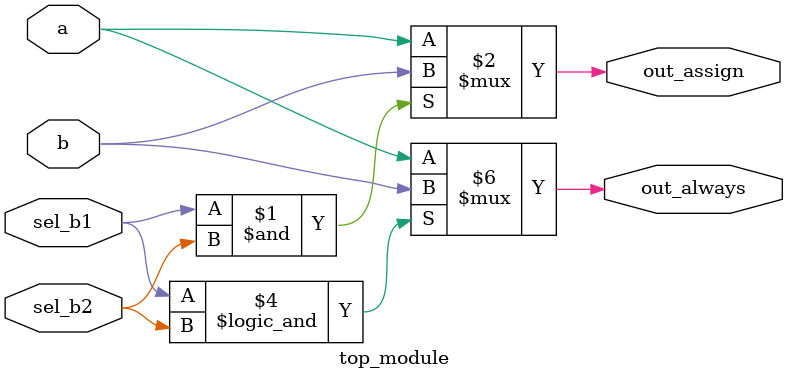
<source format=sv>
module top_module (
	input a,
	input b,
	input sel_b1,
	input sel_b2,
	output out_assign,
	output reg out_always
);

	// Using assign statements
	assign out_assign = (sel_b1 & sel_b2) ? b : a;

	// Using procedural if statement
	always @(sel_b1 or sel_b2)
	begin
		if (sel_b1 && sel_b2)
			out_always = b;
		else
			out_always = a;
	end

endmodule

</source>
